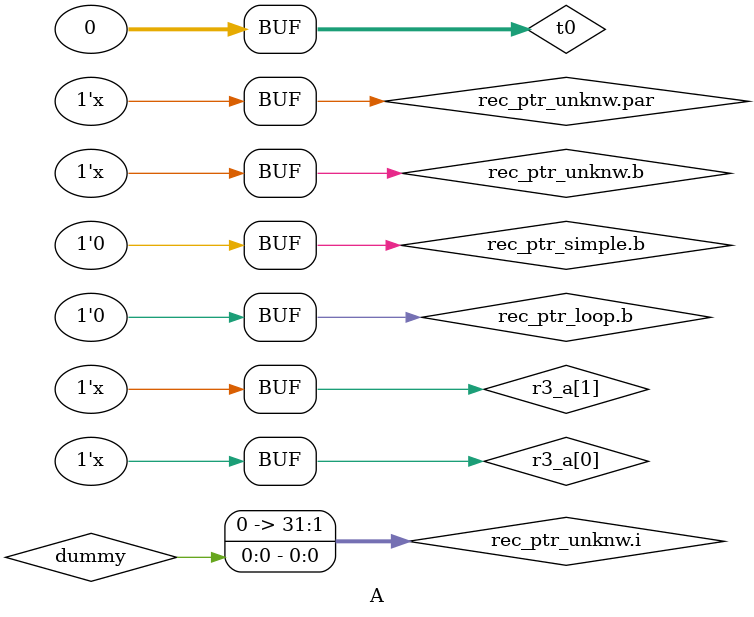
<source format=sv>

module B_top // "b_mod"
(
);


//------------------------------------------------------------------------------
// Child module instances

A a_mod
(

);

endmodule



//==============================================================================
//
// Module: A (test_ptr_arr_method.cpp:74:5)
//
module A // "b_mod.a_mod"
(
);

// Variables generated for SystemC signals
logic dummy;
logic signed [31:0] t0;

//------------------------------------------------------------------------------
// Method process: rec_ptr_simple (test_ptr_arr_method.cpp:47:5) 

// Process-local variables
logic r1_a[2];

always_comb 
begin : rec_ptr_simple     // test_ptr_arr_method.cpp:47:5
    logic b;
    b = r1_a[0];
    b = 0;    // Call of getData()
    t0 = b;
end

//------------------------------------------------------------------------------
// Method process: rec_ptr_loop (test_ptr_arr_method.cpp:54:5) 

// Process-local variables
logic r2_a[2];

always_comb 
begin : rec_ptr_loop     // test_ptr_arr_method.cpp:54:5
    logic b;
    b = 0;
    for (integer i = 0; i < 2; i++)
    begin
        b = b || 0;
    end
end

//------------------------------------------------------------------------------
// Method process: rec_ptr_unknw (test_ptr_arr_method.cpp:63:5) 

// Process-local variables
logic r3_a[2];

always_comb 
begin : rec_ptr_unknw     // test_ptr_arr_method.cpp:63:5
    integer i;
    logic b;
    logic par;
    i = dummy;
    b = r3_a[i];
    par = !b;
    // Call setData() begin
    r3_a[i] = par;
    // Call setData() end
end

endmodule



</source>
